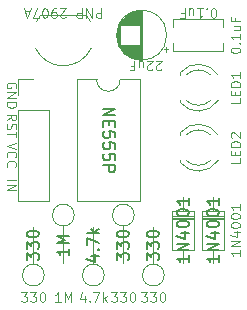
<source format=gto>
%TF.GenerationSoftware,KiCad,Pcbnew,(5.1.12)-1*%
%TF.CreationDate,2022-05-06T17:17:32+09:00*%
%TF.ProjectId,wdtcore,77647463-6f72-4652-9e6b-696361645f70,rev?*%
%TF.SameCoordinates,Original*%
%TF.FileFunction,Legend,Top*%
%TF.FilePolarity,Positive*%
%FSLAX46Y46*%
G04 Gerber Fmt 4.6, Leading zero omitted, Abs format (unit mm)*
G04 Created by KiCad (PCBNEW (5.1.12)-1) date 2022-05-06 17:17:32*
%MOMM*%
%LPD*%
G01*
G04 APERTURE LIST*
%ADD10C,0.120000*%
%ADD11C,0.150000*%
G04 APERTURE END LIST*
D10*
X127273095Y-103720952D02*
X128073095Y-103720952D01*
X127273095Y-104101904D02*
X128073095Y-104101904D01*
X127273095Y-104559047D01*
X128073095Y-104559047D01*
X128073095Y-100533333D02*
X127273095Y-100800000D01*
X128073095Y-101066666D01*
X127349285Y-101790476D02*
X127311190Y-101752380D01*
X127273095Y-101638095D01*
X127273095Y-101561904D01*
X127311190Y-101447619D01*
X127387380Y-101371428D01*
X127463571Y-101333333D01*
X127615952Y-101295238D01*
X127730238Y-101295238D01*
X127882619Y-101333333D01*
X127958809Y-101371428D01*
X128035000Y-101447619D01*
X128073095Y-101561904D01*
X128073095Y-101638095D01*
X128035000Y-101752380D01*
X127996904Y-101790476D01*
X127349285Y-102590476D02*
X127311190Y-102552380D01*
X127273095Y-102438095D01*
X127273095Y-102361904D01*
X127311190Y-102247619D01*
X127387380Y-102171428D01*
X127463571Y-102133333D01*
X127615952Y-102095238D01*
X127730238Y-102095238D01*
X127882619Y-102133333D01*
X127958809Y-102171428D01*
X128035000Y-102247619D01*
X128073095Y-102361904D01*
X128073095Y-102438095D01*
X128035000Y-102552380D01*
X127996904Y-102590476D01*
X127273095Y-98621904D02*
X127654047Y-98355238D01*
X127273095Y-98164761D02*
X128073095Y-98164761D01*
X128073095Y-98469523D01*
X128035000Y-98545714D01*
X127996904Y-98583809D01*
X127920714Y-98621904D01*
X127806428Y-98621904D01*
X127730238Y-98583809D01*
X127692142Y-98545714D01*
X127654047Y-98469523D01*
X127654047Y-98164761D01*
X127311190Y-98926666D02*
X127273095Y-99040952D01*
X127273095Y-99231428D01*
X127311190Y-99307619D01*
X127349285Y-99345714D01*
X127425476Y-99383809D01*
X127501666Y-99383809D01*
X127577857Y-99345714D01*
X127615952Y-99307619D01*
X127654047Y-99231428D01*
X127692142Y-99079047D01*
X127730238Y-99002857D01*
X127768333Y-98964761D01*
X127844523Y-98926666D01*
X127920714Y-98926666D01*
X127996904Y-98964761D01*
X128035000Y-99002857D01*
X128073095Y-99079047D01*
X128073095Y-99269523D01*
X128035000Y-99383809D01*
X128073095Y-99612380D02*
X128073095Y-100069523D01*
X127273095Y-99840952D02*
X128073095Y-99840952D01*
%TO.C,0.1uF*%
X141370000Y-90070000D02*
X145610000Y-90070000D01*
X141370000Y-92810000D02*
X145610000Y-92810000D01*
X141370000Y-90070000D02*
X141370000Y-90775000D01*
X141370000Y-92105000D02*
X141370000Y-92810000D01*
X145610000Y-90070000D02*
X145610000Y-90775000D01*
X145610000Y-92105000D02*
X145610000Y-92810000D01*
%TO.C,4.7k*%
X135540000Y-111760000D02*
G75*
G03*
X135540000Y-111760000I-920000J0D01*
G01*
X134620000Y-110840000D02*
X134620000Y-107680000D01*
%TO.C,1N4001*%
X145700000Y-106310000D02*
X143860000Y-106310000D01*
X143860000Y-106310000D02*
X143860000Y-109590000D01*
X143860000Y-109590000D02*
X145700000Y-109590000D01*
X145700000Y-109590000D02*
X145700000Y-106310000D01*
X144780000Y-105130000D02*
X144780000Y-106310000D01*
X144780000Y-110770000D02*
X144780000Y-109590000D01*
X145700000Y-106886000D02*
X143860000Y-106886000D01*
X145700000Y-107006000D02*
X143860000Y-107006000D01*
X145700000Y-106766000D02*
X143860000Y-106766000D01*
X143160000Y-106310000D02*
X141320000Y-106310000D01*
X141320000Y-106310000D02*
X141320000Y-109590000D01*
X141320000Y-109590000D02*
X143160000Y-109590000D01*
X143160000Y-109590000D02*
X143160000Y-106310000D01*
X142240000Y-105130000D02*
X142240000Y-106310000D01*
X142240000Y-110770000D02*
X142240000Y-109590000D01*
X143160000Y-106886000D02*
X141320000Y-106886000D01*
X143160000Y-107006000D02*
X141320000Y-107006000D01*
X143160000Y-106766000D02*
X141320000Y-106766000D01*
%TO.C,NE555P*%
X136890000Y-95190000D02*
G75*
G02*
X134890000Y-95190000I-1000000J0D01*
G01*
X134890000Y-95190000D02*
X133240000Y-95190000D01*
X133240000Y-95190000D02*
X133240000Y-105470000D01*
X133240000Y-105470000D02*
X138540000Y-105470000D01*
X138540000Y-105470000D02*
X138540000Y-95190000D01*
X138540000Y-95190000D02*
X136890000Y-95190000D01*
%TO.C,1M*%
X133000000Y-106680000D02*
G75*
G03*
X133000000Y-106680000I-920000J0D01*
G01*
X132080000Y-107600000D02*
X132080000Y-110760000D01*
%TO.C,330*%
X130460000Y-111760000D02*
G75*
G03*
X130460000Y-111760000I-920000J0D01*
G01*
X129540000Y-110840000D02*
X129540000Y-107680000D01*
X138080000Y-106680000D02*
G75*
G03*
X138080000Y-106680000I-920000J0D01*
G01*
X137160000Y-107600000D02*
X137160000Y-110760000D01*
X140620000Y-111760000D02*
G75*
G03*
X140620000Y-111760000I-920000J0D01*
G01*
X139700000Y-110840000D02*
X139700000Y-107680000D01*
%TO.C,PNP 2907A*%
X129777617Y-90327736D02*
G75*
G02*
X130170000Y-89740000I2302383J-1112264D01*
G01*
X129723600Y-92538807D02*
G75*
G03*
X132080000Y-94040000I2356400J1098807D01*
G01*
X134436400Y-92538807D02*
G75*
G02*
X132080000Y-94040000I-2356400J1098807D01*
G01*
X134402631Y-90317955D02*
G75*
G03*
X134020000Y-89740000I-2322631J-1122045D01*
G01*
X134020000Y-89740000D02*
X130170000Y-89740000D01*
%TO.C,GND*%
X128210000Y-105470000D02*
X130870000Y-105470000D01*
X128210000Y-97790000D02*
X128210000Y-105470000D01*
X130870000Y-97790000D02*
X130870000Y-105470000D01*
X128210000Y-97790000D02*
X130870000Y-97790000D01*
X128210000Y-96520000D02*
X128210000Y-95190000D01*
X128210000Y-95190000D02*
X129540000Y-95190000D01*
%TO.C,LED2*%
X144551130Y-102044837D02*
G75*
G02*
X142469039Y-102045000I-1041130J1079837D01*
G01*
X144551130Y-99885163D02*
G75*
G03*
X142469039Y-99885000I-1041130J-1079837D01*
G01*
X145182335Y-102043608D02*
G75*
G02*
X141950000Y-102200516I-1672335J1078608D01*
G01*
X145182335Y-99886392D02*
G75*
G03*
X141950000Y-99729484I-1672335J-1078608D01*
G01*
X141950000Y-99729000D02*
X141950000Y-99885000D01*
X141950000Y-102045000D02*
X141950000Y-102201000D01*
%TO.C,LED1*%
X144551130Y-96964837D02*
G75*
G02*
X142469039Y-96965000I-1041130J1079837D01*
G01*
X144551130Y-94805163D02*
G75*
G03*
X142469039Y-94805000I-1041130J-1079837D01*
G01*
X145182335Y-96963608D02*
G75*
G02*
X141950000Y-97120516I-1672335J1078608D01*
G01*
X145182335Y-94806392D02*
G75*
G03*
X141950000Y-94649484I-1672335J-1078608D01*
G01*
X141950000Y-94649000D02*
X141950000Y-94805000D01*
X141950000Y-96965000D02*
X141950000Y-97121000D01*
%TO.C,22uF*%
X140820000Y-91440000D02*
G75*
G03*
X140820000Y-91440000I-2120000J0D01*
G01*
X138700000Y-93520000D02*
X138700000Y-89360000D01*
X138660000Y-93520000D02*
X138660000Y-89360000D01*
X138620000Y-93519000D02*
X138620000Y-89361000D01*
X138580000Y-93517000D02*
X138580000Y-89363000D01*
X138540000Y-93514000D02*
X138540000Y-89366000D01*
X138500000Y-93511000D02*
X138500000Y-92280000D01*
X138500000Y-90600000D02*
X138500000Y-89369000D01*
X138460000Y-93507000D02*
X138460000Y-92280000D01*
X138460000Y-90600000D02*
X138460000Y-89373000D01*
X138420000Y-93502000D02*
X138420000Y-92280000D01*
X138420000Y-90600000D02*
X138420000Y-89378000D01*
X138380000Y-93496000D02*
X138380000Y-92280000D01*
X138380000Y-90600000D02*
X138380000Y-89384000D01*
X138340000Y-93490000D02*
X138340000Y-92280000D01*
X138340000Y-90600000D02*
X138340000Y-89390000D01*
X138300000Y-93482000D02*
X138300000Y-92280000D01*
X138300000Y-90600000D02*
X138300000Y-89398000D01*
X138260000Y-93474000D02*
X138260000Y-92280000D01*
X138260000Y-90600000D02*
X138260000Y-89406000D01*
X138220000Y-93465000D02*
X138220000Y-92280000D01*
X138220000Y-90600000D02*
X138220000Y-89415000D01*
X138180000Y-93456000D02*
X138180000Y-92280000D01*
X138180000Y-90600000D02*
X138180000Y-89424000D01*
X138140000Y-93445000D02*
X138140000Y-92280000D01*
X138140000Y-90600000D02*
X138140000Y-89435000D01*
X138100000Y-93434000D02*
X138100000Y-92280000D01*
X138100000Y-90600000D02*
X138100000Y-89446000D01*
X138060000Y-93422000D02*
X138060000Y-92280000D01*
X138060000Y-90600000D02*
X138060000Y-89458000D01*
X138020000Y-93408000D02*
X138020000Y-92280000D01*
X138020000Y-90600000D02*
X138020000Y-89472000D01*
X137979000Y-93394000D02*
X137979000Y-92280000D01*
X137979000Y-90600000D02*
X137979000Y-89486000D01*
X137939000Y-93380000D02*
X137939000Y-92280000D01*
X137939000Y-90600000D02*
X137939000Y-89500000D01*
X137899000Y-93364000D02*
X137899000Y-92280000D01*
X137899000Y-90600000D02*
X137899000Y-89516000D01*
X137859000Y-93347000D02*
X137859000Y-92280000D01*
X137859000Y-90600000D02*
X137859000Y-89533000D01*
X137819000Y-93329000D02*
X137819000Y-92280000D01*
X137819000Y-90600000D02*
X137819000Y-89551000D01*
X137779000Y-93310000D02*
X137779000Y-92280000D01*
X137779000Y-90600000D02*
X137779000Y-89570000D01*
X137739000Y-93291000D02*
X137739000Y-92280000D01*
X137739000Y-90600000D02*
X137739000Y-89589000D01*
X137699000Y-93270000D02*
X137699000Y-92280000D01*
X137699000Y-90600000D02*
X137699000Y-89610000D01*
X137659000Y-93248000D02*
X137659000Y-92280000D01*
X137659000Y-90600000D02*
X137659000Y-89632000D01*
X137619000Y-93225000D02*
X137619000Y-92280000D01*
X137619000Y-90600000D02*
X137619000Y-89655000D01*
X137579000Y-93200000D02*
X137579000Y-92280000D01*
X137579000Y-90600000D02*
X137579000Y-89680000D01*
X137539000Y-93175000D02*
X137539000Y-92280000D01*
X137539000Y-90600000D02*
X137539000Y-89705000D01*
X137499000Y-93148000D02*
X137499000Y-92280000D01*
X137499000Y-90600000D02*
X137499000Y-89732000D01*
X137459000Y-93120000D02*
X137459000Y-92280000D01*
X137459000Y-90600000D02*
X137459000Y-89760000D01*
X137419000Y-93090000D02*
X137419000Y-92280000D01*
X137419000Y-90600000D02*
X137419000Y-89790000D01*
X137379000Y-93059000D02*
X137379000Y-92280000D01*
X137379000Y-90600000D02*
X137379000Y-89821000D01*
X137339000Y-93027000D02*
X137339000Y-92280000D01*
X137339000Y-90600000D02*
X137339000Y-89853000D01*
X137299000Y-92992000D02*
X137299000Y-92280000D01*
X137299000Y-90600000D02*
X137299000Y-89888000D01*
X137259000Y-92956000D02*
X137259000Y-92280000D01*
X137259000Y-90600000D02*
X137259000Y-89924000D01*
X137219000Y-92918000D02*
X137219000Y-92280000D01*
X137219000Y-90600000D02*
X137219000Y-89962000D01*
X137179000Y-92878000D02*
X137179000Y-92280000D01*
X137179000Y-90600000D02*
X137179000Y-90002000D01*
X137139000Y-92836000D02*
X137139000Y-92280000D01*
X137139000Y-90600000D02*
X137139000Y-90044000D01*
X137099000Y-92791000D02*
X137099000Y-92280000D01*
X137099000Y-90600000D02*
X137099000Y-90089000D01*
X137059000Y-92744000D02*
X137059000Y-92280000D01*
X137059000Y-90600000D02*
X137059000Y-90136000D01*
X137019000Y-92694000D02*
X137019000Y-92280000D01*
X137019000Y-90600000D02*
X137019000Y-90186000D01*
X136979000Y-92640000D02*
X136979000Y-92280000D01*
X136979000Y-90600000D02*
X136979000Y-90240000D01*
X136939000Y-92582000D02*
X136939000Y-92280000D01*
X136939000Y-90600000D02*
X136939000Y-90298000D01*
X136899000Y-92520000D02*
X136899000Y-92280000D01*
X136899000Y-90600000D02*
X136899000Y-90360000D01*
X136859000Y-92453000D02*
X136859000Y-90427000D01*
X136819000Y-92380000D02*
X136819000Y-90500000D01*
X136779000Y-92299000D02*
X136779000Y-90581000D01*
X136739000Y-92208000D02*
X136739000Y-90672000D01*
X136699000Y-92104000D02*
X136699000Y-90776000D01*
X136659000Y-91977000D02*
X136659000Y-90903000D01*
X136619000Y-91810000D02*
X136619000Y-91070000D01*
X140969801Y-92635000D02*
X140569801Y-92635000D01*
X140769801Y-92835000D02*
X140769801Y-92435000D01*
%TO.C,0.1uF*%
X144824285Y-89973095D02*
X144748095Y-89973095D01*
X144671904Y-89935000D01*
X144633809Y-89896904D01*
X144595714Y-89820714D01*
X144557619Y-89668333D01*
X144557619Y-89477857D01*
X144595714Y-89325476D01*
X144633809Y-89249285D01*
X144671904Y-89211190D01*
X144748095Y-89173095D01*
X144824285Y-89173095D01*
X144900476Y-89211190D01*
X144938571Y-89249285D01*
X144976666Y-89325476D01*
X145014761Y-89477857D01*
X145014761Y-89668333D01*
X144976666Y-89820714D01*
X144938571Y-89896904D01*
X144900476Y-89935000D01*
X144824285Y-89973095D01*
X144214761Y-89249285D02*
X144176666Y-89211190D01*
X144214761Y-89173095D01*
X144252857Y-89211190D01*
X144214761Y-89249285D01*
X144214761Y-89173095D01*
X143414761Y-89173095D02*
X143871904Y-89173095D01*
X143643333Y-89173095D02*
X143643333Y-89973095D01*
X143719523Y-89858809D01*
X143795714Y-89782619D01*
X143871904Y-89744523D01*
X142729047Y-89706428D02*
X142729047Y-89173095D01*
X143071904Y-89706428D02*
X143071904Y-89287380D01*
X143033809Y-89211190D01*
X142957619Y-89173095D01*
X142843333Y-89173095D01*
X142767142Y-89211190D01*
X142729047Y-89249285D01*
X142081428Y-89592142D02*
X142348095Y-89592142D01*
X142348095Y-89173095D02*
X142348095Y-89973095D01*
X141967142Y-89973095D01*
X146246904Y-92754285D02*
X146246904Y-92678095D01*
X146285000Y-92601904D01*
X146323095Y-92563809D01*
X146399285Y-92525714D01*
X146551666Y-92487619D01*
X146742142Y-92487619D01*
X146894523Y-92525714D01*
X146970714Y-92563809D01*
X147008809Y-92601904D01*
X147046904Y-92678095D01*
X147046904Y-92754285D01*
X147008809Y-92830476D01*
X146970714Y-92868571D01*
X146894523Y-92906666D01*
X146742142Y-92944761D01*
X146551666Y-92944761D01*
X146399285Y-92906666D01*
X146323095Y-92868571D01*
X146285000Y-92830476D01*
X146246904Y-92754285D01*
X146970714Y-92144761D02*
X147008809Y-92106666D01*
X147046904Y-92144761D01*
X147008809Y-92182857D01*
X146970714Y-92144761D01*
X147046904Y-92144761D01*
X147046904Y-91344761D02*
X147046904Y-91801904D01*
X147046904Y-91573333D02*
X146246904Y-91573333D01*
X146361190Y-91649523D01*
X146437380Y-91725714D01*
X146475476Y-91801904D01*
X146513571Y-90659047D02*
X147046904Y-90659047D01*
X146513571Y-91001904D02*
X146932619Y-91001904D01*
X147008809Y-90963809D01*
X147046904Y-90887619D01*
X147046904Y-90773333D01*
X147008809Y-90697142D01*
X146970714Y-90659047D01*
X146627857Y-90011428D02*
X146627857Y-90278095D01*
X147046904Y-90278095D02*
X146246904Y-90278095D01*
X146246904Y-89897142D01*
%TO.C,4.7k*%
D11*
X134405714Y-110148571D02*
X135072380Y-110148571D01*
X134024761Y-110386666D02*
X134739047Y-110624761D01*
X134739047Y-110005714D01*
X134977142Y-109624761D02*
X135024761Y-109577142D01*
X135072380Y-109624761D01*
X135024761Y-109672380D01*
X134977142Y-109624761D01*
X135072380Y-109624761D01*
X134072380Y-109243809D02*
X134072380Y-108577142D01*
X135072380Y-109005714D01*
X135072380Y-108196190D02*
X134072380Y-108196190D01*
X134691428Y-108100952D02*
X135072380Y-107815238D01*
X134405714Y-107815238D02*
X134786666Y-108196190D01*
D10*
X133877142Y-113493571D02*
X133877142Y-114026904D01*
X133686666Y-113188809D02*
X133496190Y-113760238D01*
X133991428Y-113760238D01*
X134296190Y-113950714D02*
X134334285Y-113988809D01*
X134296190Y-114026904D01*
X134258095Y-113988809D01*
X134296190Y-113950714D01*
X134296190Y-114026904D01*
X134600952Y-113226904D02*
X135134285Y-113226904D01*
X134791428Y-114026904D01*
X135439047Y-114026904D02*
X135439047Y-113226904D01*
X135515238Y-113722142D02*
X135743809Y-114026904D01*
X135743809Y-113493571D02*
X135439047Y-113798333D01*
%TO.C,1N4001*%
D11*
X145232380Y-110092857D02*
X145232380Y-110664285D01*
X145232380Y-110378571D02*
X144232380Y-110378571D01*
X144375238Y-110473809D01*
X144470476Y-110569047D01*
X144518095Y-110664285D01*
X145232380Y-109664285D02*
X144232380Y-109664285D01*
X145232380Y-109092857D01*
X144232380Y-109092857D01*
X144565714Y-108188095D02*
X145232380Y-108188095D01*
X144184761Y-108426190D02*
X144899047Y-108664285D01*
X144899047Y-108045238D01*
X144232380Y-107473809D02*
X144232380Y-107378571D01*
X144280000Y-107283333D01*
X144327619Y-107235714D01*
X144422857Y-107188095D01*
X144613333Y-107140476D01*
X144851428Y-107140476D01*
X145041904Y-107188095D01*
X145137142Y-107235714D01*
X145184761Y-107283333D01*
X145232380Y-107378571D01*
X145232380Y-107473809D01*
X145184761Y-107569047D01*
X145137142Y-107616666D01*
X145041904Y-107664285D01*
X144851428Y-107711904D01*
X144613333Y-107711904D01*
X144422857Y-107664285D01*
X144327619Y-107616666D01*
X144280000Y-107569047D01*
X144232380Y-107473809D01*
X144232380Y-106521428D02*
X144232380Y-106426190D01*
X144280000Y-106330952D01*
X144327619Y-106283333D01*
X144422857Y-106235714D01*
X144613333Y-106188095D01*
X144851428Y-106188095D01*
X145041904Y-106235714D01*
X145137142Y-106283333D01*
X145184761Y-106330952D01*
X145232380Y-106426190D01*
X145232380Y-106521428D01*
X145184761Y-106616666D01*
X145137142Y-106664285D01*
X145041904Y-106711904D01*
X144851428Y-106759523D01*
X144613333Y-106759523D01*
X144422857Y-106711904D01*
X144327619Y-106664285D01*
X144280000Y-106616666D01*
X144232380Y-106521428D01*
X145232380Y-105235714D02*
X145232380Y-105807142D01*
X145232380Y-105521428D02*
X144232380Y-105521428D01*
X144375238Y-105616666D01*
X144470476Y-105711904D01*
X144518095Y-105807142D01*
D10*
X147046904Y-109664285D02*
X147046904Y-110121428D01*
X147046904Y-109892857D02*
X146246904Y-109892857D01*
X146361190Y-109969047D01*
X146437380Y-110045238D01*
X146475476Y-110121428D01*
X147046904Y-109321428D02*
X146246904Y-109321428D01*
X147046904Y-108864285D01*
X146246904Y-108864285D01*
X146513571Y-108140476D02*
X147046904Y-108140476D01*
X146208809Y-108330952D02*
X146780238Y-108521428D01*
X146780238Y-108026190D01*
X146246904Y-107569047D02*
X146246904Y-107492857D01*
X146285000Y-107416666D01*
X146323095Y-107378571D01*
X146399285Y-107340476D01*
X146551666Y-107302380D01*
X146742142Y-107302380D01*
X146894523Y-107340476D01*
X146970714Y-107378571D01*
X147008809Y-107416666D01*
X147046904Y-107492857D01*
X147046904Y-107569047D01*
X147008809Y-107645238D01*
X146970714Y-107683333D01*
X146894523Y-107721428D01*
X146742142Y-107759523D01*
X146551666Y-107759523D01*
X146399285Y-107721428D01*
X146323095Y-107683333D01*
X146285000Y-107645238D01*
X146246904Y-107569047D01*
X146246904Y-106807142D02*
X146246904Y-106730952D01*
X146285000Y-106654761D01*
X146323095Y-106616666D01*
X146399285Y-106578571D01*
X146551666Y-106540476D01*
X146742142Y-106540476D01*
X146894523Y-106578571D01*
X146970714Y-106616666D01*
X147008809Y-106654761D01*
X147046904Y-106730952D01*
X147046904Y-106807142D01*
X147008809Y-106883333D01*
X146970714Y-106921428D01*
X146894523Y-106959523D01*
X146742142Y-106997619D01*
X146551666Y-106997619D01*
X146399285Y-106959523D01*
X146323095Y-106921428D01*
X146285000Y-106883333D01*
X146246904Y-106807142D01*
X147046904Y-105778571D02*
X147046904Y-106235714D01*
X147046904Y-106007142D02*
X146246904Y-106007142D01*
X146361190Y-106083333D01*
X146437380Y-106159523D01*
X146475476Y-106235714D01*
D11*
X142692380Y-110092857D02*
X142692380Y-110664285D01*
X142692380Y-110378571D02*
X141692380Y-110378571D01*
X141835238Y-110473809D01*
X141930476Y-110569047D01*
X141978095Y-110664285D01*
X142692380Y-109664285D02*
X141692380Y-109664285D01*
X142692380Y-109092857D01*
X141692380Y-109092857D01*
X142025714Y-108188095D02*
X142692380Y-108188095D01*
X141644761Y-108426190D02*
X142359047Y-108664285D01*
X142359047Y-108045238D01*
X141692380Y-107473809D02*
X141692380Y-107378571D01*
X141740000Y-107283333D01*
X141787619Y-107235714D01*
X141882857Y-107188095D01*
X142073333Y-107140476D01*
X142311428Y-107140476D01*
X142501904Y-107188095D01*
X142597142Y-107235714D01*
X142644761Y-107283333D01*
X142692380Y-107378571D01*
X142692380Y-107473809D01*
X142644761Y-107569047D01*
X142597142Y-107616666D01*
X142501904Y-107664285D01*
X142311428Y-107711904D01*
X142073333Y-107711904D01*
X141882857Y-107664285D01*
X141787619Y-107616666D01*
X141740000Y-107569047D01*
X141692380Y-107473809D01*
X141692380Y-106521428D02*
X141692380Y-106426190D01*
X141740000Y-106330952D01*
X141787619Y-106283333D01*
X141882857Y-106235714D01*
X142073333Y-106188095D01*
X142311428Y-106188095D01*
X142501904Y-106235714D01*
X142597142Y-106283333D01*
X142644761Y-106330952D01*
X142692380Y-106426190D01*
X142692380Y-106521428D01*
X142644761Y-106616666D01*
X142597142Y-106664285D01*
X142501904Y-106711904D01*
X142311428Y-106759523D01*
X142073333Y-106759523D01*
X141882857Y-106711904D01*
X141787619Y-106664285D01*
X141740000Y-106616666D01*
X141692380Y-106521428D01*
X142692380Y-105235714D02*
X142692380Y-105807142D01*
X142692380Y-105521428D02*
X141692380Y-105521428D01*
X141835238Y-105616666D01*
X141930476Y-105711904D01*
X141978095Y-105807142D01*
%TO.C,NE555P*%
X135437619Y-97663333D02*
X136437619Y-97663333D01*
X135437619Y-98234761D01*
X136437619Y-98234761D01*
X135961428Y-98710952D02*
X135961428Y-99044285D01*
X135437619Y-99187142D02*
X135437619Y-98710952D01*
X136437619Y-98710952D01*
X136437619Y-99187142D01*
X136437619Y-100091904D02*
X136437619Y-99615714D01*
X135961428Y-99568095D01*
X136009047Y-99615714D01*
X136056666Y-99710952D01*
X136056666Y-99949047D01*
X136009047Y-100044285D01*
X135961428Y-100091904D01*
X135866190Y-100139523D01*
X135628095Y-100139523D01*
X135532857Y-100091904D01*
X135485238Y-100044285D01*
X135437619Y-99949047D01*
X135437619Y-99710952D01*
X135485238Y-99615714D01*
X135532857Y-99568095D01*
X136437619Y-101044285D02*
X136437619Y-100568095D01*
X135961428Y-100520476D01*
X136009047Y-100568095D01*
X136056666Y-100663333D01*
X136056666Y-100901428D01*
X136009047Y-100996666D01*
X135961428Y-101044285D01*
X135866190Y-101091904D01*
X135628095Y-101091904D01*
X135532857Y-101044285D01*
X135485238Y-100996666D01*
X135437619Y-100901428D01*
X135437619Y-100663333D01*
X135485238Y-100568095D01*
X135532857Y-100520476D01*
X136437619Y-101996666D02*
X136437619Y-101520476D01*
X135961428Y-101472857D01*
X136009047Y-101520476D01*
X136056666Y-101615714D01*
X136056666Y-101853809D01*
X136009047Y-101949047D01*
X135961428Y-101996666D01*
X135866190Y-102044285D01*
X135628095Y-102044285D01*
X135532857Y-101996666D01*
X135485238Y-101949047D01*
X135437619Y-101853809D01*
X135437619Y-101615714D01*
X135485238Y-101520476D01*
X135532857Y-101472857D01*
X135437619Y-102472857D02*
X136437619Y-102472857D01*
X136437619Y-102853809D01*
X136390000Y-102949047D01*
X136342380Y-102996666D01*
X136247142Y-103044285D01*
X136104285Y-103044285D01*
X136009047Y-102996666D01*
X135961428Y-102949047D01*
X135913809Y-102853809D01*
X135913809Y-102472857D01*
%TO.C,1M*%
X132532380Y-109505714D02*
X132532380Y-110077142D01*
X132532380Y-109791428D02*
X131532380Y-109791428D01*
X131675238Y-109886666D01*
X131770476Y-109981904D01*
X131818095Y-110077142D01*
X132532380Y-109077142D02*
X131532380Y-109077142D01*
X132246666Y-108743809D01*
X131532380Y-108410476D01*
X132532380Y-108410476D01*
D10*
X131851428Y-114026904D02*
X131394285Y-114026904D01*
X131622857Y-114026904D02*
X131622857Y-113226904D01*
X131546666Y-113341190D01*
X131470476Y-113417380D01*
X131394285Y-113455476D01*
X132194285Y-114026904D02*
X132194285Y-113226904D01*
X132460952Y-113798333D01*
X132727619Y-113226904D01*
X132727619Y-114026904D01*
%TO.C,330*%
D11*
X128992380Y-110505714D02*
X128992380Y-109886666D01*
X129373333Y-110220000D01*
X129373333Y-110077142D01*
X129420952Y-109981904D01*
X129468571Y-109934285D01*
X129563809Y-109886666D01*
X129801904Y-109886666D01*
X129897142Y-109934285D01*
X129944761Y-109981904D01*
X129992380Y-110077142D01*
X129992380Y-110362857D01*
X129944761Y-110458095D01*
X129897142Y-110505714D01*
X128992380Y-109553333D02*
X128992380Y-108934285D01*
X129373333Y-109267619D01*
X129373333Y-109124761D01*
X129420952Y-109029523D01*
X129468571Y-108981904D01*
X129563809Y-108934285D01*
X129801904Y-108934285D01*
X129897142Y-108981904D01*
X129944761Y-109029523D01*
X129992380Y-109124761D01*
X129992380Y-109410476D01*
X129944761Y-109505714D01*
X129897142Y-109553333D01*
X128992380Y-108315238D02*
X128992380Y-108220000D01*
X129040000Y-108124761D01*
X129087619Y-108077142D01*
X129182857Y-108029523D01*
X129373333Y-107981904D01*
X129611428Y-107981904D01*
X129801904Y-108029523D01*
X129897142Y-108077142D01*
X129944761Y-108124761D01*
X129992380Y-108220000D01*
X129992380Y-108315238D01*
X129944761Y-108410476D01*
X129897142Y-108458095D01*
X129801904Y-108505714D01*
X129611428Y-108553333D01*
X129373333Y-108553333D01*
X129182857Y-108505714D01*
X129087619Y-108458095D01*
X129040000Y-108410476D01*
X128992380Y-108315238D01*
D10*
X128511428Y-113226904D02*
X129006666Y-113226904D01*
X128740000Y-113531666D01*
X128854285Y-113531666D01*
X128930476Y-113569761D01*
X128968571Y-113607857D01*
X129006666Y-113684047D01*
X129006666Y-113874523D01*
X128968571Y-113950714D01*
X128930476Y-113988809D01*
X128854285Y-114026904D01*
X128625714Y-114026904D01*
X128549523Y-113988809D01*
X128511428Y-113950714D01*
X129273333Y-113226904D02*
X129768571Y-113226904D01*
X129501904Y-113531666D01*
X129616190Y-113531666D01*
X129692380Y-113569761D01*
X129730476Y-113607857D01*
X129768571Y-113684047D01*
X129768571Y-113874523D01*
X129730476Y-113950714D01*
X129692380Y-113988809D01*
X129616190Y-114026904D01*
X129387619Y-114026904D01*
X129311428Y-113988809D01*
X129273333Y-113950714D01*
X130263809Y-113226904D02*
X130340000Y-113226904D01*
X130416190Y-113265000D01*
X130454285Y-113303095D01*
X130492380Y-113379285D01*
X130530476Y-113531666D01*
X130530476Y-113722142D01*
X130492380Y-113874523D01*
X130454285Y-113950714D01*
X130416190Y-113988809D01*
X130340000Y-114026904D01*
X130263809Y-114026904D01*
X130187619Y-113988809D01*
X130149523Y-113950714D01*
X130111428Y-113874523D01*
X130073333Y-113722142D01*
X130073333Y-113531666D01*
X130111428Y-113379285D01*
X130149523Y-113303095D01*
X130187619Y-113265000D01*
X130263809Y-113226904D01*
D11*
X136612380Y-110505714D02*
X136612380Y-109886666D01*
X136993333Y-110220000D01*
X136993333Y-110077142D01*
X137040952Y-109981904D01*
X137088571Y-109934285D01*
X137183809Y-109886666D01*
X137421904Y-109886666D01*
X137517142Y-109934285D01*
X137564761Y-109981904D01*
X137612380Y-110077142D01*
X137612380Y-110362857D01*
X137564761Y-110458095D01*
X137517142Y-110505714D01*
X136612380Y-109553333D02*
X136612380Y-108934285D01*
X136993333Y-109267619D01*
X136993333Y-109124761D01*
X137040952Y-109029523D01*
X137088571Y-108981904D01*
X137183809Y-108934285D01*
X137421904Y-108934285D01*
X137517142Y-108981904D01*
X137564761Y-109029523D01*
X137612380Y-109124761D01*
X137612380Y-109410476D01*
X137564761Y-109505714D01*
X137517142Y-109553333D01*
X136612380Y-108315238D02*
X136612380Y-108220000D01*
X136660000Y-108124761D01*
X136707619Y-108077142D01*
X136802857Y-108029523D01*
X136993333Y-107981904D01*
X137231428Y-107981904D01*
X137421904Y-108029523D01*
X137517142Y-108077142D01*
X137564761Y-108124761D01*
X137612380Y-108220000D01*
X137612380Y-108315238D01*
X137564761Y-108410476D01*
X137517142Y-108458095D01*
X137421904Y-108505714D01*
X137231428Y-108553333D01*
X136993333Y-108553333D01*
X136802857Y-108505714D01*
X136707619Y-108458095D01*
X136660000Y-108410476D01*
X136612380Y-108315238D01*
D10*
X136131428Y-113226904D02*
X136626666Y-113226904D01*
X136360000Y-113531666D01*
X136474285Y-113531666D01*
X136550476Y-113569761D01*
X136588571Y-113607857D01*
X136626666Y-113684047D01*
X136626666Y-113874523D01*
X136588571Y-113950714D01*
X136550476Y-113988809D01*
X136474285Y-114026904D01*
X136245714Y-114026904D01*
X136169523Y-113988809D01*
X136131428Y-113950714D01*
X136893333Y-113226904D02*
X137388571Y-113226904D01*
X137121904Y-113531666D01*
X137236190Y-113531666D01*
X137312380Y-113569761D01*
X137350476Y-113607857D01*
X137388571Y-113684047D01*
X137388571Y-113874523D01*
X137350476Y-113950714D01*
X137312380Y-113988809D01*
X137236190Y-114026904D01*
X137007619Y-114026904D01*
X136931428Y-113988809D01*
X136893333Y-113950714D01*
X137883809Y-113226904D02*
X137960000Y-113226904D01*
X138036190Y-113265000D01*
X138074285Y-113303095D01*
X138112380Y-113379285D01*
X138150476Y-113531666D01*
X138150476Y-113722142D01*
X138112380Y-113874523D01*
X138074285Y-113950714D01*
X138036190Y-113988809D01*
X137960000Y-114026904D01*
X137883809Y-114026904D01*
X137807619Y-113988809D01*
X137769523Y-113950714D01*
X137731428Y-113874523D01*
X137693333Y-113722142D01*
X137693333Y-113531666D01*
X137731428Y-113379285D01*
X137769523Y-113303095D01*
X137807619Y-113265000D01*
X137883809Y-113226904D01*
D11*
X139152380Y-110505714D02*
X139152380Y-109886666D01*
X139533333Y-110220000D01*
X139533333Y-110077142D01*
X139580952Y-109981904D01*
X139628571Y-109934285D01*
X139723809Y-109886666D01*
X139961904Y-109886666D01*
X140057142Y-109934285D01*
X140104761Y-109981904D01*
X140152380Y-110077142D01*
X140152380Y-110362857D01*
X140104761Y-110458095D01*
X140057142Y-110505714D01*
X139152380Y-109553333D02*
X139152380Y-108934285D01*
X139533333Y-109267619D01*
X139533333Y-109124761D01*
X139580952Y-109029523D01*
X139628571Y-108981904D01*
X139723809Y-108934285D01*
X139961904Y-108934285D01*
X140057142Y-108981904D01*
X140104761Y-109029523D01*
X140152380Y-109124761D01*
X140152380Y-109410476D01*
X140104761Y-109505714D01*
X140057142Y-109553333D01*
X139152380Y-108315238D02*
X139152380Y-108220000D01*
X139200000Y-108124761D01*
X139247619Y-108077142D01*
X139342857Y-108029523D01*
X139533333Y-107981904D01*
X139771428Y-107981904D01*
X139961904Y-108029523D01*
X140057142Y-108077142D01*
X140104761Y-108124761D01*
X140152380Y-108220000D01*
X140152380Y-108315238D01*
X140104761Y-108410476D01*
X140057142Y-108458095D01*
X139961904Y-108505714D01*
X139771428Y-108553333D01*
X139533333Y-108553333D01*
X139342857Y-108505714D01*
X139247619Y-108458095D01*
X139200000Y-108410476D01*
X139152380Y-108315238D01*
D10*
X138671428Y-113226904D02*
X139166666Y-113226904D01*
X138900000Y-113531666D01*
X139014285Y-113531666D01*
X139090476Y-113569761D01*
X139128571Y-113607857D01*
X139166666Y-113684047D01*
X139166666Y-113874523D01*
X139128571Y-113950714D01*
X139090476Y-113988809D01*
X139014285Y-114026904D01*
X138785714Y-114026904D01*
X138709523Y-113988809D01*
X138671428Y-113950714D01*
X139433333Y-113226904D02*
X139928571Y-113226904D01*
X139661904Y-113531666D01*
X139776190Y-113531666D01*
X139852380Y-113569761D01*
X139890476Y-113607857D01*
X139928571Y-113684047D01*
X139928571Y-113874523D01*
X139890476Y-113950714D01*
X139852380Y-113988809D01*
X139776190Y-114026904D01*
X139547619Y-114026904D01*
X139471428Y-113988809D01*
X139433333Y-113950714D01*
X140423809Y-113226904D02*
X140500000Y-113226904D01*
X140576190Y-113265000D01*
X140614285Y-113303095D01*
X140652380Y-113379285D01*
X140690476Y-113531666D01*
X140690476Y-113722142D01*
X140652380Y-113874523D01*
X140614285Y-113950714D01*
X140576190Y-113988809D01*
X140500000Y-114026904D01*
X140423809Y-114026904D01*
X140347619Y-113988809D01*
X140309523Y-113950714D01*
X140271428Y-113874523D01*
X140233333Y-113722142D01*
X140233333Y-113531666D01*
X140271428Y-113379285D01*
X140309523Y-113303095D01*
X140347619Y-113265000D01*
X140423809Y-113226904D01*
%TO.C,PNP 2907A*%
X135280000Y-89173095D02*
X135280000Y-89973095D01*
X134975238Y-89973095D01*
X134899047Y-89935000D01*
X134860952Y-89896904D01*
X134822857Y-89820714D01*
X134822857Y-89706428D01*
X134860952Y-89630238D01*
X134899047Y-89592142D01*
X134975238Y-89554047D01*
X135280000Y-89554047D01*
X134480000Y-89173095D02*
X134480000Y-89973095D01*
X134022857Y-89173095D01*
X134022857Y-89973095D01*
X133641904Y-89173095D02*
X133641904Y-89973095D01*
X133337142Y-89973095D01*
X133260952Y-89935000D01*
X133222857Y-89896904D01*
X133184761Y-89820714D01*
X133184761Y-89706428D01*
X133222857Y-89630238D01*
X133260952Y-89592142D01*
X133337142Y-89554047D01*
X133641904Y-89554047D01*
X132270476Y-89896904D02*
X132232380Y-89935000D01*
X132156190Y-89973095D01*
X131965714Y-89973095D01*
X131889523Y-89935000D01*
X131851428Y-89896904D01*
X131813333Y-89820714D01*
X131813333Y-89744523D01*
X131851428Y-89630238D01*
X132308571Y-89173095D01*
X131813333Y-89173095D01*
X131432380Y-89173095D02*
X131280000Y-89173095D01*
X131203809Y-89211190D01*
X131165714Y-89249285D01*
X131089523Y-89363571D01*
X131051428Y-89515952D01*
X131051428Y-89820714D01*
X131089523Y-89896904D01*
X131127619Y-89935000D01*
X131203809Y-89973095D01*
X131356190Y-89973095D01*
X131432380Y-89935000D01*
X131470476Y-89896904D01*
X131508571Y-89820714D01*
X131508571Y-89630238D01*
X131470476Y-89554047D01*
X131432380Y-89515952D01*
X131356190Y-89477857D01*
X131203809Y-89477857D01*
X131127619Y-89515952D01*
X131089523Y-89554047D01*
X131051428Y-89630238D01*
X130556190Y-89973095D02*
X130480000Y-89973095D01*
X130403809Y-89935000D01*
X130365714Y-89896904D01*
X130327619Y-89820714D01*
X130289523Y-89668333D01*
X130289523Y-89477857D01*
X130327619Y-89325476D01*
X130365714Y-89249285D01*
X130403809Y-89211190D01*
X130480000Y-89173095D01*
X130556190Y-89173095D01*
X130632380Y-89211190D01*
X130670476Y-89249285D01*
X130708571Y-89325476D01*
X130746666Y-89477857D01*
X130746666Y-89668333D01*
X130708571Y-89820714D01*
X130670476Y-89896904D01*
X130632380Y-89935000D01*
X130556190Y-89973095D01*
X130022857Y-89973095D02*
X129489523Y-89973095D01*
X129832380Y-89173095D01*
X129222857Y-89401666D02*
X128841904Y-89401666D01*
X129299047Y-89173095D02*
X129032380Y-89973095D01*
X128765714Y-89173095D01*
%TO.C,GND*%
X128035000Y-95910476D02*
X128073095Y-95834285D01*
X128073095Y-95720000D01*
X128035000Y-95605714D01*
X127958809Y-95529523D01*
X127882619Y-95491428D01*
X127730238Y-95453333D01*
X127615952Y-95453333D01*
X127463571Y-95491428D01*
X127387380Y-95529523D01*
X127311190Y-95605714D01*
X127273095Y-95720000D01*
X127273095Y-95796190D01*
X127311190Y-95910476D01*
X127349285Y-95948571D01*
X127615952Y-95948571D01*
X127615952Y-95796190D01*
X127273095Y-96291428D02*
X128073095Y-96291428D01*
X127273095Y-96748571D01*
X128073095Y-96748571D01*
X127273095Y-97129523D02*
X128073095Y-97129523D01*
X128073095Y-97320000D01*
X128035000Y-97434285D01*
X127958809Y-97510476D01*
X127882619Y-97548571D01*
X127730238Y-97586666D01*
X127615952Y-97586666D01*
X127463571Y-97548571D01*
X127387380Y-97510476D01*
X127311190Y-97434285D01*
X127273095Y-97320000D01*
X127273095Y-97129523D01*
%TO.C,LED2*%
X147046904Y-101860238D02*
X147046904Y-102241190D01*
X146246904Y-102241190D01*
X146627857Y-101593571D02*
X146627857Y-101326904D01*
X147046904Y-101212619D02*
X147046904Y-101593571D01*
X146246904Y-101593571D01*
X146246904Y-101212619D01*
X147046904Y-100869761D02*
X146246904Y-100869761D01*
X146246904Y-100679285D01*
X146285000Y-100565000D01*
X146361190Y-100488809D01*
X146437380Y-100450714D01*
X146589761Y-100412619D01*
X146704047Y-100412619D01*
X146856428Y-100450714D01*
X146932619Y-100488809D01*
X147008809Y-100565000D01*
X147046904Y-100679285D01*
X147046904Y-100869761D01*
X146323095Y-100107857D02*
X146285000Y-100069761D01*
X146246904Y-99993571D01*
X146246904Y-99803095D01*
X146285000Y-99726904D01*
X146323095Y-99688809D01*
X146399285Y-99650714D01*
X146475476Y-99650714D01*
X146589761Y-99688809D01*
X147046904Y-100145952D01*
X147046904Y-99650714D01*
%TO.C,LED1*%
X147046904Y-96780238D02*
X147046904Y-97161190D01*
X146246904Y-97161190D01*
X146627857Y-96513571D02*
X146627857Y-96246904D01*
X147046904Y-96132619D02*
X147046904Y-96513571D01*
X146246904Y-96513571D01*
X146246904Y-96132619D01*
X147046904Y-95789761D02*
X146246904Y-95789761D01*
X146246904Y-95599285D01*
X146285000Y-95485000D01*
X146361190Y-95408809D01*
X146437380Y-95370714D01*
X146589761Y-95332619D01*
X146704047Y-95332619D01*
X146856428Y-95370714D01*
X146932619Y-95408809D01*
X147008809Y-95485000D01*
X147046904Y-95599285D01*
X147046904Y-95789761D01*
X147046904Y-94570714D02*
X147046904Y-95027857D01*
X147046904Y-94799285D02*
X146246904Y-94799285D01*
X146361190Y-94875476D01*
X146437380Y-94951666D01*
X146475476Y-95027857D01*
%TO.C,22uF*%
X140379285Y-94341904D02*
X140341190Y-94380000D01*
X140265000Y-94418095D01*
X140074523Y-94418095D01*
X139998333Y-94380000D01*
X139960238Y-94341904D01*
X139922142Y-94265714D01*
X139922142Y-94189523D01*
X139960238Y-94075238D01*
X140417380Y-93618095D01*
X139922142Y-93618095D01*
X139617380Y-94341904D02*
X139579285Y-94380000D01*
X139503095Y-94418095D01*
X139312619Y-94418095D01*
X139236428Y-94380000D01*
X139198333Y-94341904D01*
X139160238Y-94265714D01*
X139160238Y-94189523D01*
X139198333Y-94075238D01*
X139655476Y-93618095D01*
X139160238Y-93618095D01*
X138474523Y-94151428D02*
X138474523Y-93618095D01*
X138817380Y-94151428D02*
X138817380Y-93732380D01*
X138779285Y-93656190D01*
X138703095Y-93618095D01*
X138588809Y-93618095D01*
X138512619Y-93656190D01*
X138474523Y-93694285D01*
X137826904Y-94037142D02*
X138093571Y-94037142D01*
X138093571Y-93618095D02*
X138093571Y-94418095D01*
X137712619Y-94418095D01*
%TD*%
M02*

</source>
